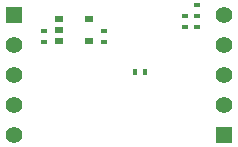
<source format=gbs>
G04 (created by PCBNEW (2013-june-11)-stable) date Sat 02 Aug 2014 12:41:53 PM PDT*
%MOIN*%
G04 Gerber Fmt 3.4, Leading zero omitted, Abs format*
%FSLAX34Y34*%
G01*
G70*
G90*
G04 APERTURE LIST*
%ADD10C,0.00590551*%
%ADD11R,0.03X0.02*%
%ADD12R,0.0236X0.0157*%
%ADD13R,0.0157X0.0236*%
%ADD14R,0.055X0.055*%
%ADD15C,0.055*%
G04 APERTURE END LIST*
G54D10*
G54D11*
X107500Y-42375D03*
X107500Y-41625D03*
X108500Y-42375D03*
X107500Y-42000D03*
X108500Y-41625D03*
G54D12*
X112100Y-41523D03*
X112100Y-41877D03*
X111700Y-41877D03*
X111700Y-41523D03*
X112100Y-41527D03*
X112100Y-41173D03*
X109000Y-42377D03*
X109000Y-42023D03*
G54D13*
X110023Y-43400D03*
X110377Y-43400D03*
G54D12*
X107000Y-42377D03*
X107000Y-42023D03*
G54D14*
X106000Y-41500D03*
G54D15*
X106000Y-42500D03*
X106000Y-43500D03*
X106000Y-44500D03*
X106000Y-45500D03*
G54D14*
X113000Y-45500D03*
G54D15*
X113000Y-44500D03*
X113000Y-43500D03*
X113000Y-42500D03*
X113000Y-41500D03*
M02*

</source>
